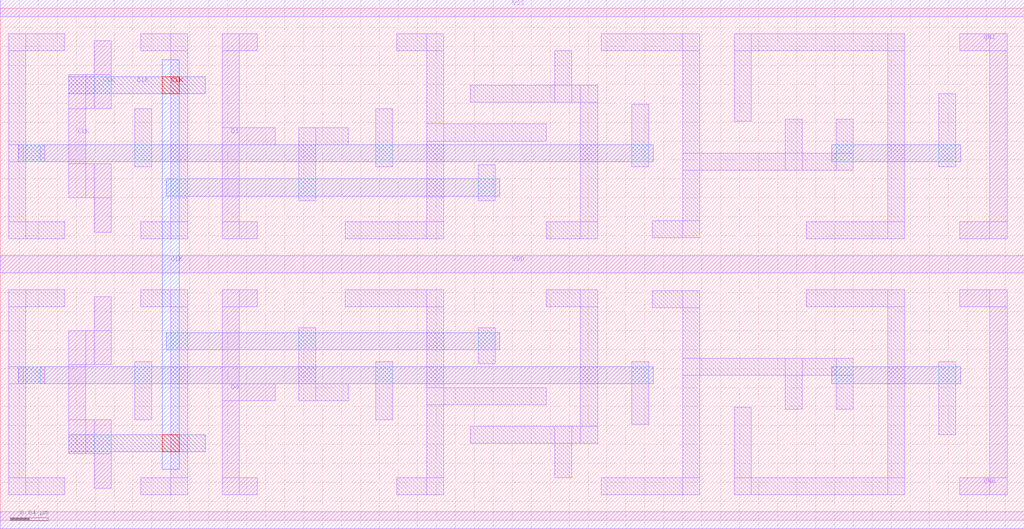
<source format=lef>
VERSION 5.8 ;
BUSBITCHARS "[]" ;
DIVIDERCHAR "/" ;
SITE asap7sc7p5t_R2
  CLASS CORE ;
  SIZE 0.054 BY 0.54 ;
  SYMMETRY Y ;
END asap7sc7p5t_R2

MACRO DFFHQNV2Xx1_ASAP7_75t_SL
  CLASS CORE ;
  ORIGIN 0.0 0.0 ;
  FOREIGN DFFHQNV2Xx1_ASAP7_75t_SL 0.0 0.0 ;
  SIZE 1.08 BY 0.54 ;
  SYMMETRY X Y ;
  SITE asap7sc7p5t_R2 ;
    PIN VDD
      USE POWER ;
      DIRECTION INOUT ;
      SHAPE ABUTMENT ;
      PORT
        LAYER M1 ;
          RECT 0.0 0.261 1.08 0.279 ;
      END
    END VDD
    PIN VSS
      USE GROUND ;
      DIRECTION INOUT ;
      SHAPE ABUTMENT ;
      PORT
        LAYER M1 ;
          RECT 0.0 -0.009 1.08 0.009 ;
          RECT 0.0 0.549 1.08 0.531 ;
      END
    END VSS
    PIN CLK
      USE CLOCK ;
      DIRECTION INPUT ;
      PORT
        LAYER M1 ;
          RECT 0.099 0.164 0.117 0.236 ;
          RECT 0.072 0.07 0.117 0.106 ;
          RECT 0.099 0.034 0.117 0.106 ;
          RECT 0.072 0.164 0.117 0.2 ;
          RECT 0.072 0.07 0.09 0.2 ;
          RECT 0.099 0.376 0.117 0.304 ;
          RECT 0.072 0.47 0.117 0.434 ;
          RECT 0.099 0.506 0.117 0.434 ;
          RECT 0.072 0.376 0.117 0.34 ;
          RECT 0.072 0.47 0.09 0.34 ;
        LAYER M2 ;
          RECT 0.072 0.072 0.216 0.09 ;
          RECT 0.072 0.45 0.216 0.468 ;
        LAYER V1 ;
          RECT 0.099 0.072 0.117 0.09 ;
          RECT 0.099 0.45 0.117 0.468 ;
        LAYER M3 ;
          RECT 0.171 0.054 0.189 0.486 ;
        LAYER V2 ;
          RECT 0.171 0.072 0.189 0.09 ;
          RECT 0.171 0.45 0.189 0.468 ;
      END
    END CLK
    PIN D0
      USE SIGNAL ;
      DIRECTION INPUT ;
      PORT
        LAYER M1 ;
          RECT 0.234 0.126 0.29 0.144 ;
          RECT 0.234 0.225 0.271 0.243 ;
          RECT 0.234 0.027 0.271 0.045 ;
          RECT 0.234 0.027 0.252 0.243 ;
      END
    END D0
    PIN QN0
      USE SIGNAL ;
      DIRECTION OUTPUT ;
      PORT
        LAYER M1 ;
          RECT 1.012 0.225 1.062 0.243 ;
          RECT 1.044 0.027 1.062 0.243 ;
          RECT 1.012 0.027 1.062 0.045 ;
      END
    END QN0
    PIN D1
      USE SIGNAL ;
      DIRECTION INPUT ;
      PORT
        LAYER M1 ;
          RECT 0.234 0.414 0.29 0.396 ;
          RECT 0.234 0.315 0.271 0.297 ;
          RECT 0.234 0.513 0.271 0.495 ;
          RECT 0.234 0.513 0.252 0.297 ;
      END
    END D1
    PIN QN1
      USE SIGNAL ;
      DIRECTION OUTPUT ;
      PORT
        LAYER M1 ;
          RECT 1.012 0.315 1.062 0.297 ;
          RECT 1.044 0.513 1.062 0.297 ;
          RECT 1.012 0.513 1.062 0.495 ;
      END
    END QN1
    OBS
      LAYER M1 ;
        RECT 0.85 0.225 0.954 0.243 ;
        RECT 0.936 0.027 0.954 0.243 ;
        RECT 0.774 0.027 0.792 0.119 ;
        RECT 0.774 0.027 0.954 0.045 ;
        RECT 0.688 0.224 0.738 0.242 ;
        RECT 0.72 0.027 0.738 0.242 ;
        RECT 0.72 0.153 0.9 0.171 ;
        RECT 0.882 0.117 0.9 0.171 ;
        RECT 0.828 0.117 0.846 0.171 ;
        RECT 0.634 0.027 0.738 0.045 ;
        RECT 0.576 0.225 0.63 0.243 ;
        RECT 0.612 0.081 0.63 0.243 ;
        RECT 0.496 0.081 0.63 0.099 ;
        RECT 0.585 0.045 0.603 0.099 ;
        RECT 0.364 0.225 0.468 0.243 ;
        RECT 0.45 0.027 0.468 0.243 ;
        RECT 0.45 0.122 0.576 0.14 ;
        RECT 0.418 0.027 0.468 0.045 ;
        RECT 0.315 0.126 0.333 0.203 ;
        RECT 0.315 0.126 0.367 0.144 ;
        RECT 0.148 0.225 0.198 0.243 ;
        RECT 0.18 0.027 0.198 0.243 ;
        RECT 0.148 0.027 0.198 0.045 ;
        RECT 0.009 0.225 0.068 0.243 ;
        RECT 0.009 0.027 0.027 0.243 ;
        RECT 0.009 0.144 0.047 0.162 ;
        RECT 0.009 0.027 0.068 0.045 ;
        RECT 0.99 0.09 1.008 0.167 ;
        RECT 0.666 0.101 0.684 0.167 ;
        RECT 0.504 0.165 0.522 0.203 ;
        RECT 0.396 0.106 0.414 0.167 ;
        RECT 0.142 0.106 0.16 0.167 ;
        RECT 0.85 0.315 0.954 0.297 ;
        RECT 0.936 0.513 0.954 0.297 ;
        RECT 0.774 0.513 0.792 0.421 ;
        RECT 0.774 0.513 0.954 0.495 ;
        RECT 0.688 0.316 0.738 0.298 ;
        RECT 0.72 0.513 0.738 0.298 ;
        RECT 0.72 0.387 0.9 0.369 ;
        RECT 0.882 0.423 0.9 0.369 ;
        RECT 0.828 0.423 0.846 0.369 ;
        RECT 0.634 0.513 0.738 0.495 ;
        RECT 0.576 0.315 0.63 0.297 ;
        RECT 0.612 0.459 0.63 0.297 ;
        RECT 0.496 0.459 0.63 0.441 ;
        RECT 0.585 0.495 0.603 0.441 ;
        RECT 0.364 0.315 0.468 0.297 ;
        RECT 0.45 0.513 0.468 0.297 ;
        RECT 0.45 0.418 0.576 0.4 ;
        RECT 0.418 0.513 0.468 0.495 ;
        RECT 0.315 0.414 0.333 0.337 ;
        RECT 0.315 0.414 0.367 0.396 ;
        RECT 0.148 0.315 0.198 0.297 ;
        RECT 0.18 0.513 0.198 0.297 ;
        RECT 0.148 0.513 0.198 0.495 ;
        RECT 0.009 0.315 0.068 0.297 ;
        RECT 0.009 0.513 0.027 0.297 ;
        RECT 0.009 0.396 0.047 0.378 ;
        RECT 0.009 0.513 0.068 0.495 ;
        RECT 0.99 0.45 1.008 0.373 ;
        RECT 0.666 0.439 0.684 0.373 ;
        RECT 0.504 0.375 0.522 0.337 ;
        RECT 0.396 0.434 0.414 0.373 ;
        RECT 0.142 0.434 0.16 0.373 ;
      LAYER M2 ;
        RECT 0.877 0.144 1.013 0.162 ;
        RECT 0.019 0.144 0.689 0.162 ;
        RECT 0.175 0.18 0.527 0.198 ;
        RECT 0.877 0.396 1.013 0.378 ;
        RECT 0.019 0.396 0.689 0.378 ;
        RECT 0.175 0.36 0.527 0.342 ;
      LAYER V1 ;
        RECT 0.99 0.144 1.008 0.162 ;
        RECT 0.882 0.144 0.9 0.162 ;
        RECT 0.666 0.144 0.684 0.162 ;
        RECT 0.504 0.18 0.522 0.198 ;
        RECT 0.396 0.144 0.414 0.162 ;
        RECT 0.315 0.18 0.333 0.198 ;
        RECT 0.18 0.18 0.198 0.198 ;
        RECT 0.142 0.144 0.16 0.162 ;
        RECT 0.024 0.144 0.042 0.162 ;
        RECT 0.99 0.396 1.008 0.378 ;
        RECT 0.882 0.396 0.9 0.378 ;
        RECT 0.666 0.396 0.684 0.378 ;
        RECT 0.504 0.36 0.522 0.342 ;
        RECT 0.396 0.396 0.414 0.378 ;
        RECT 0.315 0.36 0.333 0.342 ;
        RECT 0.18 0.36 0.198 0.342 ;
        RECT 0.142 0.396 0.16 0.378 ;
        RECT 0.024 0.396 0.042 0.378 ;
    END
END DFFHQNV2Xx1_ASAP7_75t_SL

END LIBRARY

</source>
